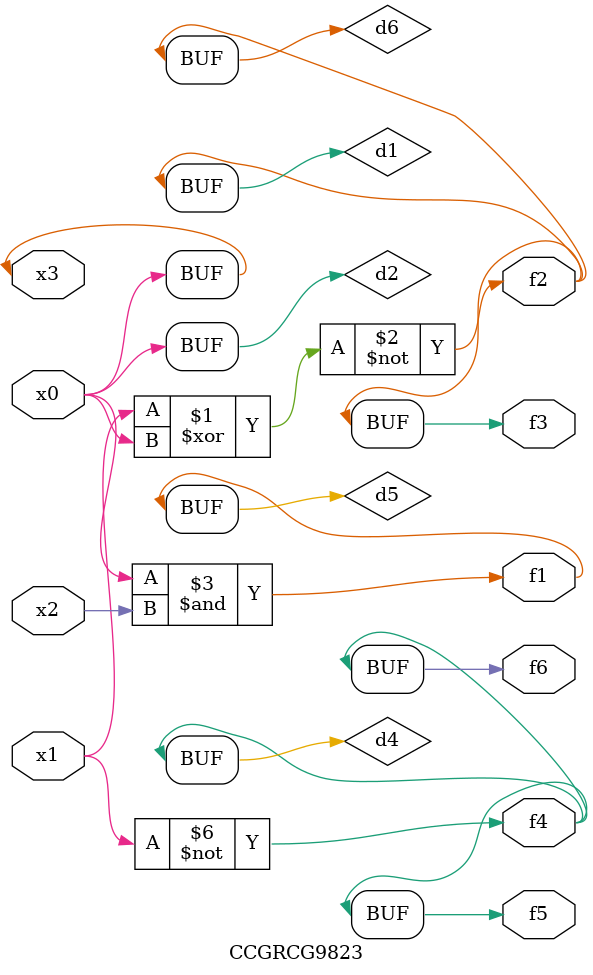
<source format=v>
module CCGRCG9823(
	input x0, x1, x2, x3,
	output f1, f2, f3, f4, f5, f6
);

	wire d1, d2, d3, d4, d5, d6;

	xnor (d1, x1, x3);
	buf (d2, x0, x3);
	nand (d3, x0, x2);
	not (d4, x1);
	nand (d5, d3);
	or (d6, d1);
	assign f1 = d5;
	assign f2 = d6;
	assign f3 = d6;
	assign f4 = d4;
	assign f5 = d4;
	assign f6 = d4;
endmodule

</source>
